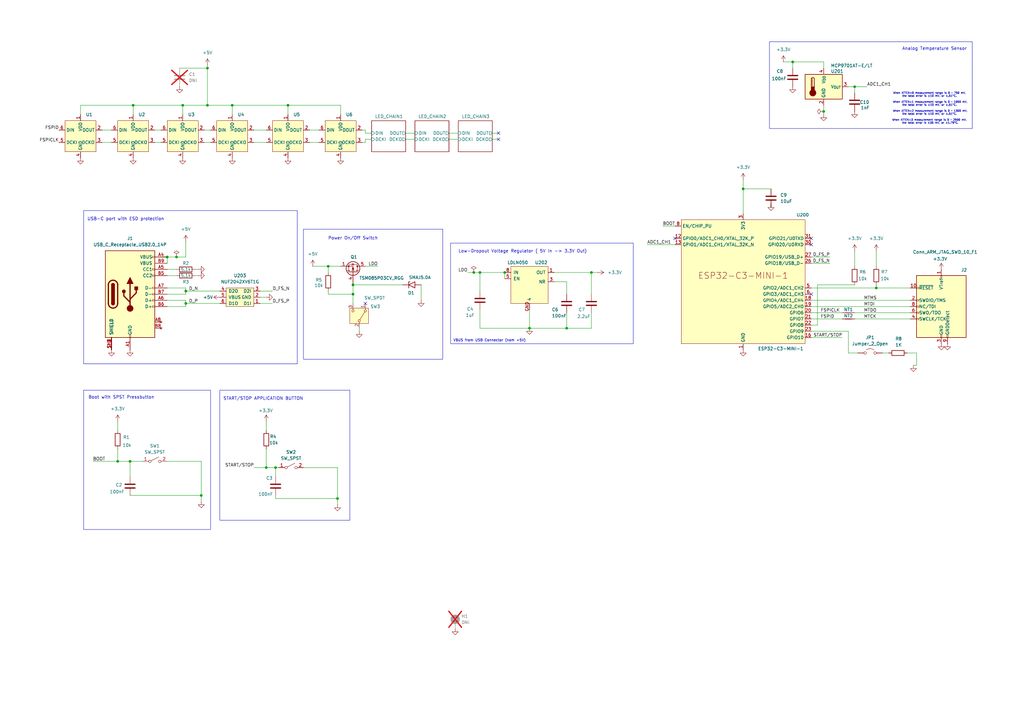
<source format=kicad_sch>
(kicad_sch (version 20231120) (generator "eeschema") (generator_version "8.0")
  (paper "A3")
  (title_block (title "F1 LED CIRCUIT PROJECT") (date "2024-04-10") (rev "v1.0"))
  (lib_symbols
    (symbol "Connector:USB_C_Receptacle_USB2.0_14P" (pin_names (offset 1.016))
      (property "Reference" "J" (at 0 22.225 0))
      (property "Value" "USB_C_Receptacle_USB2.0_14P" (at 0 19.685 0))
      (symbol "USB_C_Receptacle_USB2.0_14P_1_0"
        (pin no_connect line (at 12.7 -11.43 180) (length 2.54) (name "") (number "A8"))
        (pin no_connect line (at 12.7 -13.97 180) (length 2.54) (name "") (number "B8"))
      )
      (symbol "USB_C_Receptacle_USB2.0_14P_1_1"
        (pin passive line (at 0 -22.86 90) (length 5.08) (name "GND") (number "A1"))
        (pin power_in line (at 15.24 15.24 180) (length 5.08) (name "VBUS") (number "A4"))
        (pin bidirectional line (at 15.24 10.16 180) (length 5.08) (name "CC1") (number "A5"))
        (pin bidirectional line (at 15.24 -2.54 180) (length 5.08) (name "D+") (number "A6"))
        (pin bidirectional line (at 15.24 2.54 180) (length 5.08) (name "D-") (number "A7"))
        (pin passive line (at 0 -22.86 90) (length 5.08) hide (name "GND") (number "B12"))
        (pin bidirectional line (at 15.24 7.62 180) (length 5.08) (name "CC2") (number "B5"))
        (pin bidirectional line (at 15.24 -5.08 180) (length 5.08) (name "D+") (number "B6"))
        (pin bidirectional line (at 15.24 0 180) (length 5.08) (name "D-") (number "B7"))
        (pin power_in line (at 15.24 12.7 180) (length 5.08) (name "VBUS") (number "B9"))
        (pin passive line (at -7.62 -22.86 90) (length 5.08) (name "SHIELD") (number "SH1"))
        (pin passive line (at -7.62 -22.86 90) (length 5.08) (name "SHIELD") (number "SH2"))
        (pin passive line (at -7.62 -22.86 90) (length 5.08) (name "SHIELD") (number "SH3"))
        (pin passive line (at -7.62 -22.86 90) (length 5.08) (name "SHIELD") (number "SH4"))
      )
    )
    (symbol "Device:C" (pin_numbers hide) (pin_names (offset 0.254))
      (property "Reference" "C" (at 0.635 2.54 0))
      (property "Value" "C" (at 0.635 -2.54 0))
      (symbol "C_1_1"
        (pin passive line (at 0 3.81 270) (length 2.794) (name "~") (number "1"))
        (pin passive line (at 0 -3.81 90) (length 2.794) (name "~") (number "2"))
      )
    )
    (symbol "Device:NetTie_2" (pin_numbers hide) (pin_names (offset 0) hide) (in_bom no)
      (property "Reference" "NT" (at 0 1.27 0))
      (property "Value" "NetTie_2" (at 0 -1.27 0))
      (symbol "NetTie_2_1_1"
        (pin passive line (at -2.54 0 0) (length 2.54) (name "1") (number "1"))
        (pin passive line (at 2.54 0 180) (length 2.54) (name "2") (number "2"))
      )
    )
    (symbol "Device:R" (pin_numbers hide) (pin_names (offset 0))
      (property "Reference" "R" (at 2.032 0 90))
      (property "Value" "R" (at 0 0 90))
      (symbol "R_1_1"
        (pin passive line (at 0 3.81 270) (length 1.27) (name "~") (number "1"))
        (pin passive line (at 0 -3.81 90) (length 1.27) (name "~") (number "2"))
      )
    )
    (symbol "Diode:SMAJ5.0A" (pin_numbers hide) (pin_names (offset 1.016) hide)
      (property "Reference" "D" (at 0 2.54 0))
      (property "Value" "SMAJ5.0A" (at 0 -2.54 0))
      (symbol "SMAJ5.0A_1_1"
        (pin passive line (at -3.81 0 0) (length 2.54) (name "A1") (number "1"))
        (pin passive line (at 3.81 0 180) (length 2.54) (name "A2") (number "2"))
      )
    )
    (symbol "F1-LED-CIRCUIT-LIBRARY:Conn_ARM_JTAG_SWD_10_F1" (pin_names (offset 1.016))
      (property "Reference" "J" (at -2.54 16.51 0))
      (property "Value" "Conn_ARM_JTAG_SWD_10_F1" (at -2.54 13.97 0))
      (symbol "Conn_ARM_JTAG_SWD_10_F1_1_1"
        (pin power_in line (at 0 15.24 270) (length 2.54) (name "VTref") (number "1"))
        (pin open_collector line (at 12.7 7.62 180) (length 2.54) (name "~{RESET}") (number "10"))
        (pin bidirectional line (at 12.7 2.54 180) (length 2.54) (name "SWDIO/TMS") (number "2"))
        (pin power_in line (at 0 -15.24 90) (length 2.54) (name "GND") (number "3"))
        (pin output line (at 12.7 -5.08 180) (length 2.54) (name "SWCLK/TCK") (number "4"))
        (pin passive line (at 0 -15.24 90) (length 2.54) hide (name "GND") (number "5"))
        (pin input line (at 12.7 -2.54 180) (length 2.54) (name "SWO/TDO") (number "6"))
        (pin no_connect line (at -10.16 0 0) (length 2.54) hide (name "KEY") (number "7"))
        (pin output line (at 12.7 0 180) (length 2.54) (name "NC/TDI") (number "8"))
        (pin passive line (at -2.54 -15.24 90) (length 2.54) (name "GNDDetect") (number "9"))
      )
    )
    (symbol "F1-LED-CIRCUIT-LIBRARY:HD108-2020"
      (property "Reference" "U" (at 0 19.558 0))
      (symbol "HD108-2020_1_1"
        (pin power_in line (at 0 8.89 270) (length 2.54) (name "VDD") (number "1"))
        (pin output line (at 8.89 2.54 180) (length 2.54) (name "DOUT") (number "2"))
        (pin output line (at 8.89 -2.54 180) (length 2.54) (name "DCKO") (number "3"))
        (pin power_in line (at 0 -8.89 90) (length 2.54) (name "GND") (number "4"))
        (pin input line (at -8.89 -2.54 0) (length 2.54) (name "DCKI") (number "5"))
        (pin input line (at -8.89 2.54 0) (length 2.54) (name "DIN") (number "6"))
      )
    )
    (symbol "F1-LED-CIRCUIT-LIBRARY:LDLN050" (pin_names (offset 1.016))
      (property "Reference" "U?" (at -0.254 9.906 0))
      (symbol "LDLN050_1_1"
        (pin power_out line (at 10.16 5.08 180) (length 2.54) (name "OUT") (number "1"))
        (pin no_connect line (at 10.16 -2.54 180) (length 2.54) hide (name "NC") (number "2"))
        (pin passive line (at 10.16 1.27 180) (length 2.54) (name "NR") (number "3"))
        (pin input line (at -10.16 2.54 0) (length 2.54) (name "EN") (number "5"))
        (pin no_connect line (at -10.16 -1.27 0) (length 2.54) hide (name "NC") (number "6"))
        (pin no_connect line (at -10.16 -5.08 0) (length 2.54) hide (name "NC") (number "7"))
        (pin power_in line (at -10.16 5.08 0) (length 2.54) (name "IN") (number "8"))
        (pin power_in line (at 0 -10.16 90) (length 2.54) (name "4") (number "GND"))
      )
    )
    (symbol "Jitter_Symbols:TSM085P03CV_RGG" (pin_names (offset 0) hide)
      (property "Reference" "Q" (at 5.08 1.905 0))
      (property "Value" "TSM085P03CV_RGG" (at 5.08 0 0))
      (symbol "TSM085P03CV_RGG_1_1"
        (pin passive line (at 2.54 -5.08 90) (length 2.54) (name "S") (number "1"))
        (pin passive line (at 2.54 -5.08 90) (length 2.54) hide (name "S") (number "2"))
        (pin passive line (at 2.54 -5.08 90) (length 2.54) hide (name "S") (number "3"))
        (pin input line (at -5.08 0 0) (length 5.334) (name "G") (number "4"))
        (pin passive line (at 2.54 5.08 270) (length 2.54) (name "D") (number "5"))
        (pin passive line (at 2.54 5.08 270) (length 2.54) hide (name "D") (number "6"))
        (pin passive line (at 2.54 5.08 270) (length 2.54) hide (name "D") (number "7"))
        (pin passive line (at 2.54 5.08 270) (length 2.54) hide (name "D") (number "8"))
      )
    )
    (symbol "Jumper:Jumper_2_Open" (pin_numbers hide) (pin_names (offset 0) hide) (exclude_from_sim yes)
      (property "Reference" "JP" (at 0 2.794 0))
      (property "Value" "Jumper_2_Open" (at 0 -2.286 0))
      (symbol "Jumper_2_Open_1_1"
        (pin passive line (at -5.08 0 0) (length 2.54) (name "A") (number "1"))
        (pin passive line (at 5.08 0 180) (length 2.54) (name "B") (number "2"))
      )
    )
    (symbol "Mechanical:MountingHole_Pad_MP" (pin_numbers hide) (pin_names (offset 1.016) hide) (exclude_from_sim yes) (in_bom no)
      (property "Reference" "H" (at 0 6.35 0))
      (property "Value" "MountingHole_Pad_MP" (at 0 4.445 0))
      (symbol "MountingHole_Pad_MP_1_1"
        (pin input line (at 0 -2.54 90) (length 2.54) (name "MP") (number "MP"))
      )
    )
    (symbol "PCM_Espressif:ESP32-C3-MINI-1"
      (property "Reference" "U" (at -25.4 30.48 0))
      (property "Value" "ESP32-C3-MINI-1" (at -25.4 27.94 0))
      (symbol "ESP32-C3-MINI-1_0_0"
        (text "ESP32-C3-MINI-1" (at 0 2.54 0) (effects (font (size 2.54 2.54))))
      )
      (symbol "ESP32-C3-MINI-1_1_1"
        (pin power_in line (at 0 -27.94 90) (length 2.54) (name "GND") (number "1"))
        (pin no_connect line (at -25.4 2.54 0) (length 2.54) hide (name "NC") (number "10"))
        (pin passive line (at 0 -27.94 90) (length 2.54) hide (name "GND") (number "11"))
        (pin bidirectional line (at -27.94 17.78 0) (length 2.54) (name "GPIO0/ADC1_CH0/XTAL_32K_P") (number "12"))
        (pin bidirectional line (at -27.94 15.24 0) (length 2.54) (name "GPIO1/ADC1_CH1/XTAL_32K_N") (number "13"))
        (pin passive line (at 0 -27.94 90) (length 2.54) hide (name "GND") (number "14"))
        (pin no_connect line (at -25.4 0 0) (length 2.54) hide (name "NC") (number "15"))
        (pin bidirectional line (at 27.94 -22.86 180) (length 2.54) (name "GPIO10") (number "16"))
        (pin no_connect line (at -25.4 -2.54 0) (length 2.54) hide (name "NC") (number "17"))
        (pin bidirectional line (at 27.94 -7.62 180) (length 2.54) (name "GPIO4/ADC1_CH4") (number "18"))
        (pin bidirectional line (at 27.94 -10.16 180) (length 2.54) (name "GPIO5/ADC2_CH0") (number "19"))
        (pin passive line (at 0 -27.94 90) (length 2.54) hide (name "GND") (number "2"))
        (pin bidirectional line (at 27.94 -12.7 180) (length 2.54) (name "GPIO6") (number "20"))
        (pin bidirectional line (at 27.94 -15.24 180) (length 2.54) (name "GPIO7") (number "21"))
        (pin bidirectional line (at 27.94 -17.78 180) (length 2.54) (name "GPIO8") (number "22"))
        (pin bidirectional line (at 27.94 -20.32 180) (length 2.54) (name "GPIO9") (number "23"))
        (pin no_connect line (at -25.4 -5.08 0) (length 2.54) hide (name "NC") (number "24"))
        (pin no_connect line (at -25.4 -7.62 0) (length 2.54) hide (name "NC") (number "25"))
        (pin bidirectional line (at 27.94 7.62 180) (length 2.54) (name "GPIO18/USB_D-") (number "26"))
        (pin bidirectional line (at 27.94 10.16 180) (length 2.54) (name "GPIO19/USB_D+") (number "27"))
        (pin no_connect line (at -25.4 -10.16 0) (length 2.54) hide (name "NC") (number "28"))
        (pin no_connect line (at -25.4 -12.7 0) (length 2.54) hide (name "NC") (number "29"))
        (pin power_in line (at 0 27.94 270) (length 2.54) (name "3V3") (number "3"))
        (pin bidirectional line (at 27.94 15.24 180) (length 2.54) (name "GPIO20/U0RXD") (number "30"))
        (pin bidirectional line (at 27.94 17.78 180) (length 2.54) (name "GPIO21/U0TXD") (number "31"))
        (pin no_connect line (at -25.4 -15.24 0) (length 2.54) hide (name "NC") (number "32"))
        (pin no_connect line (at -25.4 -17.78 0) (length 2.54) hide (name "NC") (number "33"))
        (pin no_connect line (at -25.4 -20.32 0) (length 2.54) hide (name "NC") (number "34"))
        (pin no_connect line (at -25.4 -22.86 0) (length 2.54) hide (name "NC") (number "35"))
        (pin passive line (at 0 -27.94 90) (length 2.54) hide (name "GND") (number "36"))
        (pin passive line (at 0 -27.94 90) (length 2.54) hide (name "GND") (number "37"))
        (pin passive line (at 0 -27.94 90) (length 2.54) hide (name "GND") (number "38"))
        (pin passive line (at 0 -27.94 90) (length 2.54) hide (name "GND") (number "39"))
        (pin no_connect line (at -25.4 10.16 0) (length 2.54) hide (name "NC") (number "4"))
        (pin passive line (at 0 -27.94 90) (length 2.54) hide (name "GND") (number "40"))
        (pin passive line (at 0 -27.94 90) (length 2.54) hide (name "GND") (number "41"))
        (pin passive line (at 0 -27.94 90) (length 2.54) hide (name "GND") (number "42"))
        (pin passive line (at 0 -27.94 90) (length 2.54) hide (name "GND") (number "43"))
        (pin passive line (at 0 -27.94 90) (length 2.54) hide (name "GND") (number "44"))
        (pin passive line (at 0 -27.94 90) (length 2.54) hide (name "GND") (number "45"))
        (pin passive line (at 0 -27.94 90) (length 2.54) hide (name "GND") (number "46"))
        (pin passive line (at 0 -27.94 90) (length 2.54) hide (name "GND") (number "47"))
        (pin passive line (at 0 -27.94 90) (length 2.54) hide (name "GND") (number "48"))
        (pin passive line (at 0 -27.94 90) (length 2.54) hide (name "GND") (number "49"))
        (pin bidirectional line (at 27.94 -2.54 180) (length 2.54) (name "GPIO2/ADC1_CH2") (number "5"))
        (pin passive line (at 0 -27.94 90) (length 2.54) hide (name "GND") (number "50"))
        (pin passive line (at 0 -27.94 90) (length 2.54) hide (name "GND") (number "51"))
        (pin passive line (at 0 -27.94 90) (length 2.54) hide (name "GND") (number "52"))
        (pin passive line (at 0 -27.94 90) (length 2.54) hide (name "GND") (number "53"))
        (pin bidirectional line (at 27.94 -5.08 180) (length 2.54) (name "GPIO3/ADC1_CH3") (number "6"))
        (pin no_connect line (at -25.4 7.62 0) (length 2.54) hide (name "NC") (number "7"))
        (pin input line (at -27.94 22.86 0) (length 2.54) (name "EN/CHIP_PU") (number "8"))
        (pin no_connect line (at -25.4 5.08 0) (length 2.54) hide (name "NC") (number "9"))
      )
    )
    (symbol "Sensor_Temperature:MCP9700Ax-ELT"
      (property "Reference" "U" (at -6.35 6.35 0))
      (property "Value" "MCP9700Ax-ELT" (at 1.27 6.35 0))
      (symbol "MCP9700Ax-ELT_1_1"
        (pin no_connect line (at 7.62 -2.54 180) (length 2.54) hide (name "NC") (number "1"))
        (pin power_in line (at 0 -7.62 90) (length 2.54) (name "GND") (number "2"))
        (pin output line (at 10.16 0 180) (length 2.54) (name "V_{OUT}") (number "3"))
        (pin power_in line (at 0 7.62 270) (length 2.54) (name "V_{DD}") (number "4"))
        (pin no_connect line (at 7.62 2.54 180) (length 2.54) hide (name "NC") (number "5"))
      )
    )
    (symbol "Switch:SW_SPDT" (pin_names (offset 0) hide)
      (property "Reference" "SW" (at 0 5.08 0))
      (property "Value" "SW_SPDT" (at 0 -5.08 0))
      (symbol "SW_SPDT_1_1"
        (pin passive line (at 5.08 2.54 180) (length 2.54) (name "A") (number "1"))
        (pin passive line (at -5.08 0 0) (length 2.54) (name "B") (number "2"))
        (pin passive line (at 5.08 -2.54 180) (length 2.54) (name "C") (number "3"))
      )
    )
    (symbol "Switch:SW_SPST" (pin_names (offset 0) hide)
      (property "Reference" "SW" (at 0 3.175 0))
      (property "Value" "SW_SPST" (at 0 -2.54 0))
      (symbol "SW_SPST_1_1"
        (pin passive line (at -5.08 0 0) (length 2.54) (name "A") (number "1"))
        (pin passive line (at 5.08 0 180) (length 2.54) (name "B") (number "2"))
      )
    )
    (symbol "adams_library_symbols:GND" (power) (pin_names (offset 0))
      (property "Value" "GND" (at 0 -3.81 0))
      (symbol "GND_1_1"
        (pin power_in line (at 0 0 270) (length 0) hide (name "GND") (number "1"))
      )
    )
    (symbol "adams_library_symbols:NUF2042XV6T1G" (pin_names (offset 1.016))
      (property "Reference" "U" (at -3.81 5.08 0))
      (property "Value" "NUF2042XV6T1G" (at 0 -5.08 0))
      (symbol "NUF2042XV6T1G_1_1"
        (pin bidirectional line (at -7.62 2.54 0) (length 2.54) (name "D1I") (number "1"))
        (pin power_in line (at -7.62 0 0) (length 2.54) (name "GND") (number "2"))
        (pin bidirectional line (at -7.62 -2.54 0) (length 2.54) (name "D2I") (number "3"))
        (pin bidirectional line (at 8.89 -2.54 180) (length 2.54) (name "D2O") (number "4"))
        (pin power_in line (at 8.89 0 180) (length 2.54) (name "VBUS") (number "5"))
        (pin bidirectional line (at 8.89 2.54 180) (length 2.54) (name "D1O") (number "6"))
      )
    )
    (symbol "power:+3.3V" (power) (pin_numbers hide) (pin_names (offset 0) hide)
      (property "Value" "+3.3V" (at 0 3.556 0))
      (symbol "+3.3V_1_1"
        (pin power_in line (at 0 0 90) (length 0) (name "~") (number "1"))
      )
    )
    (symbol "power:+5V" (power) (pin_numbers hide) (pin_names (offset 0) hide)
      (property "Value" "+5V" (at 0 3.556 0))
      (symbol "+5V_1_1"
        (pin power_in line (at 0 0 90) (length 0) (name "~") (number "1"))
      )
    )
    (symbol "power:GND" (power) (pin_numbers hide) (pin_names (offset 0) hide)
      (property "Value" "GND" (at 0 -3.81 0))
      (symbol "GND_1_1"
        (pin power_in line (at 0 0 270) (length 0) (name "~") (number "1"))
      )
    )
    (symbol "power:PWR_FLAG" (power) (pin_numbers hide) (pin_names (offset 0) hide)
      (property "Value" "PWR_FLAG" (at 0 3.81 0))
      (symbol "PWR_FLAG_0_0"
        (pin power_out line (at 0 0 90) (length 0) (name "~") (number "1"))
      )
    )
  )
  (junction (at 118.11 43.18))
  (junction (at 144.78 116.84))
  (junction (at 138.43 204.47))
  (junction (at 85.09 43.18))
  (junction (at 53.34 189.23))
  (junction (at 217.17 134.62))
  (junction (at 113.03 191.77))
  (junction (at 109.22 191.77))
  (junction (at 74.93 43.18))
  (junction (at 95.25 43.18))
  (junction (at 337.82 45.72))
  (junction (at 134.62 109.22))
  (junction (at 304.8 77.47))
  (junction (at 325.12 25.4))
  (junction (at 85.09 27.94))
  (junction (at 68.58 105.41))
  (junction (at 72.39 105.41))
  (junction (at 242.57 111.76))
  (junction (at 232.41 134.62))
  (junction (at 207.01 111.76))
  (junction (at 54.61 43.18))
  (junction (at 76.2 124.46))
  (junction (at 350.52 35.56))
  (junction (at 76.2 119.38))
  (junction (at 359.41 118.11))
  (junction (at 194.31 111.76))
  (junction (at 48.26 189.23))
  (junction (at 196.85 111.76))
  (junction (at 82.55 203.2))
  (junction (at 144.78 120.65))
  (no_connect (at 276.86 97.79))
  (no_connect (at 332.74 97.79))
  (no_connect (at 332.74 120.65))
  (no_connect (at 204.47 54.61))
  (no_connect (at 332.74 100.33))
  (no_connect (at 149.86 124.46))
  (no_connect (at 204.47 57.15))
  (wire (pts (xy 48.26 172.72) (xy 48.26 176.53)))
  (wire (pts (xy 33.02 43.18) (xy 54.61 43.18)))
  (wire (pts (xy 33.02 46.99) (xy 33.02 43.18)))
  (wire (pts (xy 359.41 118.11) (xy 373.38 118.11)))
  (wire (pts (xy 85.09 26.67) (xy 85.09 27.94)))
  (wire (pts (xy 196.85 111.76) (xy 196.85 119.38)))
  (wire (pts (xy 201.93 57.15) (xy 204.47 57.15)))
  (wire (pts (xy 350.52 35.56) (xy 355.6 35.56)))
  (wire (pts (xy 68.58 118.11) (xy 76.2 118.11)))
  (wire (pts (xy 337.82 46.99) (xy 337.82 45.72)))
  (wire (pts (xy 134.62 109.22) (xy 134.62 111.76)))
  (wire (pts (xy 347.98 135.89) (xy 332.74 135.89)))
  (wire (pts (xy 217.17 127) (xy 217.17 134.62)))
  (wire (pts (xy 194.31 111.76) (xy 196.85 111.76)))
  (wire (pts (xy 350.52 35.56) (xy 350.52 38.1)))
  (wire (pts (xy 347.98 135.89) (xy 347.98 144.78)))
  (wire (pts (xy 38.1 189.23) (xy 48.26 189.23)))
  (wire (pts (xy 85.09 43.18) (xy 74.93 43.18)))
  (wire (pts (xy 242.57 128.27) (xy 242.57 134.62)))
  (wire (pts (xy 232.41 134.62) (xy 242.57 134.62)))
  (wire (pts (xy 375.92 149.86) (xy 375.92 144.78)))
  (wire (pts (xy 332.74 128.27) (xy 345.44 128.27)))
  (wire (pts (xy 134.62 109.22) (xy 139.7 109.22)))
  (wire (pts (xy 332.74 107.95) (xy 340.36 107.95)))
  (wire (pts (xy 184.15 54.61) (xy 187.96 54.61)))
  (wire (pts (xy 68.58 125.73) (xy 76.2 125.73)))
  (wire (pts (xy 149.86 53.34) (xy 149.86 54.61)))
  (wire (pts (xy 149.86 57.15) (xy 152.4 57.15)))
  (wire (pts (xy 201.93 54.61) (xy 204.47 54.61)))
  (wire (pts (xy 196.85 127) (xy 196.85 134.62)))
  (wire (pts (xy 325.12 25.4) (xy 337.82 25.4)))
  (wire (pts (xy 66.04 105.41) (xy 68.58 105.41)))
  (wire (pts (xy 265.43 100.33) (xy 276.86 100.33)))
  (wire (pts (xy 68.58 110.49) (xy 72.39 110.49)))
  (wire (pts (xy 316.23 85.09) (xy 316.23 83.82)))
  (wire (pts (xy 95.25 43.18) (xy 95.25 46.99)))
  (wire (pts (xy 232.41 128.27) (xy 232.41 134.62)))
  (wire (pts (xy 54.61 43.18) (xy 54.61 46.99)))
  (wire (pts (xy 106.68 119.38) (xy 111.76 119.38)))
  (wire (pts (xy 127 58.42) (xy 130.81 58.42)))
  (wire (pts (xy 68.58 120.65) (xy 76.2 120.65)))
  (wire (pts (xy 217.17 134.62) (xy 196.85 134.62)))
  (wire (pts (xy 76.2 118.11) (xy 76.2 119.38)))
  (wire (pts (xy 41.91 53.34) (xy 45.72 53.34)))
  (wire (pts (xy 109.22 172.72) (xy 109.22 176.53)))
  (wire (pts (xy 106.68 121.92) (xy 109.22 121.92)))
  (wire (pts (xy 68.58 189.23) (xy 82.55 189.23)))
  (wire (pts (xy 350.52 116.84) (xy 335.28 116.84)))
  (wire (pts (xy 149.86 54.61) (xy 152.4 54.61)))
  (wire (pts (xy 82.55 203.2) (xy 82.55 205.74)))
  (wire (pts (xy 63.5 58.42) (xy 66.04 58.42)))
  (wire (pts (xy 147.32 135.89) (xy 147.32 134.62)))
  (wire (pts (xy 347.98 144.78) (xy 351.79 144.78)))
  (wire (pts (xy 337.82 27.94) (xy 337.82 25.4)))
  (wire (pts (xy 148.59 53.34) (xy 149.86 53.34)))
  (wire (pts (xy 124.46 191.77) (xy 138.43 191.77)))
  (wire (pts (xy 80.01 110.49) (xy 81.28 110.49)))
  (wire (pts (xy 48.26 189.23) (xy 53.34 189.23)))
  (wire (pts (xy 172.72 116.84) (xy 172.72 123.19)))
  (wire (pts (xy 149.86 58.42) (xy 149.86 57.15)))
  (wire (pts (xy 76.2 123.19) (xy 76.2 124.46)))
  (wire (pts (xy 85.09 27.94) (xy 85.09 43.18)))
  (wire (pts (xy 335.28 116.84) (xy 335.28 133.35)))
  (wire (pts (xy 196.85 111.76) (xy 207.01 111.76)))
  (wire (pts (xy 184.15 57.15) (xy 187.96 57.15)))
  (wire (pts (xy 76.2 124.46) (xy 76.2 125.73)))
  (wire (pts (xy 271.78 92.71) (xy 276.86 92.71)))
  (wire (pts (xy 104.14 191.77) (xy 109.22 191.77)))
  (wire (pts (xy 54.61 43.18) (xy 74.93 43.18)))
  (wire (pts (xy 63.5 53.34) (xy 66.04 53.34)))
  (wire (pts (xy 144.78 116.84) (xy 165.1 116.84)))
  (wire (pts (xy 139.7 43.18) (xy 139.7 46.99)))
  (wire (pts (xy 68.58 105.41) (xy 68.58 107.95)))
  (wire (pts (xy 304.8 77.47) (xy 304.8 87.63)))
  (wire (pts (xy 76.2 120.65) (xy 76.2 119.38)))
  (wire (pts (xy 217.17 134.62) (xy 232.41 134.62)))
  (wire (pts (xy 325.12 25.4) (xy 325.12 27.94)))
  (wire (pts (xy 361.95 144.78) (xy 364.49 144.78)))
  (wire (pts (xy 72.39 105.41) (xy 76.2 105.41)))
  (wire (pts (xy 76.2 99.06) (xy 76.2 105.41)))
  (wire (pts (xy 372.11 144.78) (xy 375.92 144.78)))
  (wire (pts (xy 113.03 191.77) (xy 114.3 191.77)))
  (wire (pts (xy 227.33 115.57) (xy 232.41 115.57)))
  (wire (pts (xy 359.41 118.11) (xy 359.41 116.84)))
  (wire (pts (xy 332.74 118.11) (xy 359.41 118.11)))
  (wire (pts (xy 144.78 116.84) (xy 144.78 120.65)))
  (wire (pts (xy 232.41 120.65) (xy 232.41 115.57)))
  (wire (pts (xy 76.2 124.46) (xy 90.17 124.46)))
  (wire (pts (xy 73.66 27.94) (xy 85.09 27.94)))
  (wire (pts (xy 109.22 184.15) (xy 109.22 191.77)))
  (wire (pts (xy 148.59 58.42) (xy 149.86 58.42)))
  (wire (pts (xy 106.68 124.46) (xy 111.76 124.46)))
  (wire (pts (xy 118.11 43.18) (xy 139.7 43.18)))
  (wire (pts (xy 95.25 43.18) (xy 118.11 43.18)))
  (wire (pts (xy 154.94 109.22) (xy 149.86 109.22)))
  (wire (pts (xy 166.37 54.61) (xy 170.18 54.61)))
  (wire (pts (xy 340.36 105.41) (xy 332.74 105.41)))
  (wire (pts (xy 68.58 123.19) (xy 76.2 123.19)))
  (wire (pts (xy 68.58 105.41) (xy 72.39 105.41)))
  (wire (pts (xy 82.55 189.23) (xy 82.55 203.2)))
  (wire (pts (xy 53.34 203.2) (xy 82.55 203.2)))
  (wire (pts (xy 337.82 45.72) (xy 337.82 43.18)))
  (wire (pts (xy 76.2 119.38) (xy 90.17 119.38)))
  (wire (pts (xy 332.74 130.81) (xy 345.44 130.81)))
  (wire (pts (xy 138.43 191.77) (xy 138.43 204.47)))
  (wire (pts (xy 350.52 128.27) (xy 373.38 128.27)))
  (wire (pts (xy 104.14 58.42) (xy 109.22 58.42)))
  (wire (pts (xy 321.31 25.4) (xy 325.12 25.4)))
  (wire (pts (xy 207.01 111.76) (xy 207.01 114.3)))
  (wire (pts (xy 53.34 189.23) (xy 58.42 189.23)))
  (wire (pts (xy 166.37 57.15) (xy 170.18 57.15)))
  (wire (pts (xy 68.58 113.03) (xy 72.39 113.03)))
  (wire (pts (xy 134.62 119.38) (xy 134.62 120.65)))
  (wire (pts (xy 138.43 204.47) (xy 138.43 207.01)))
  (wire (pts (xy 350.52 102.87) (xy 350.52 109.22)))
  (wire (pts (xy 304.8 77.47) (xy 316.23 77.47)))
  (wire (pts (xy 304.8 73.66) (xy 304.8 77.47)))
  (wire (pts (xy 127 53.34) (xy 130.81 53.34)))
  (wire (pts (xy 332.74 138.43) (xy 345.44 138.43)))
  (wire (pts (xy 41.91 58.42) (xy 45.72 58.42)))
  (wire (pts (xy 53.34 189.23) (xy 53.34 195.58)))
  (wire (pts (xy 113.03 203.2) (xy 113.03 204.47)))
  (wire (pts (xy 347.98 35.56) (xy 350.52 35.56)))
  (wire (pts (xy 332.74 125.73) (xy 373.38 125.73)))
  (wire (pts (xy 375.92 149.86) (xy 374.65 149.86)))
  (wire (pts (xy 104.14 53.34) (xy 109.22 53.34)))
  (wire (pts (xy 332.74 123.19) (xy 373.38 123.19)))
  (wire (pts (xy 227.33 111.76) (xy 242.57 111.76)))
  (wire (pts (xy 109.22 191.77) (xy 113.03 191.77)))
  (wire (pts (xy 134.62 120.65) (xy 144.78 120.65)))
  (wire (pts (xy 83.82 53.34) (xy 86.36 53.34)))
  (wire (pts (xy 118.11 43.18) (xy 118.11 46.99)))
  (wire (pts (xy 74.93 43.18) (xy 74.93 46.99)))
  (wire (pts (xy 332.74 133.35) (xy 335.28 133.35)))
  (wire (pts (xy 242.57 111.76) (xy 242.57 120.65)))
  (wire (pts (xy 48.26 184.15) (xy 48.26 189.23)))
  (wire (pts (xy 113.03 204.47) (xy 138.43 204.47)))
  (wire (pts (xy 80.01 113.03) (xy 81.28 113.03)))
  (wire (pts (xy 83.82 58.42) (xy 86.36 58.42)))
  (wire (pts (xy 245.11 111.76) (xy 242.57 111.76)))
  (wire (pts (xy 191.77 111.76) (xy 194.31 111.76)))
  (wire (pts (xy 85.09 43.18) (xy 95.25 43.18)))
  (wire (pts (xy 113.03 191.77) (xy 113.03 195.58)))
  (wire (pts (xy 350.52 130.81) (xy 373.38 130.81)))
  (wire (pts (xy 359.41 102.87) (xy 359.41 109.22)))
  (wire (pts (xy 144.78 120.65) (xy 144.78 124.46)))
  (wire (pts (xy 128.27 109.22) (xy 134.62 109.22)))
  (rectangle (start 124.46 93.98) (end 181.61 147.32))
  (rectangle (start 315.595 17.145) (end 398.78 52.705))
  (rectangle (start 34.29 86.36) (end 121.92 149.225))
  (rectangle (start 34.29 160.02) (end 86.36 217.17))
  (rectangle (start 184.785 99.695) (end 259.715 140.97))
  (rectangle (start 90.17 160.02) (end 143.51 213.36))
  (text "Analog Temperature Sensor" (at 383.286 20.066 0) (effects (font (size 1.27 1.27))))
  (text "START/STOP APPLICATION BUTTON" (at 107.95 163.576 0) (effects (font (size 1.27 1.27))))
  (text "Boot with SPST Pressbutton" (at 49.784 163.068 0) (effects (font (size 1.27 1.27))))
  (text "Low-Dropout Voltage Regulator ( 5V In -> 3.3V Out)" (at 214.376 103.124 0) (effects (font (size 1.27 1.27))))
  (text "Power On/Off Switch" (at 144.78 97.79 0) (effects (font (size 1.27 1.27))))
  (text "When ATTEN=0 measurement range is 0 ~ 750 mV, \nthe total error is ±10 mV, or ±.51°C. \n\nWhen ATTEN=1 measurement range is 0 ~ 1050 mV,\nthe total error is ±10 mV, or ±.51°C. \n\nWhen ATTEN=2 measurement range is 0 ~ 1300 mV,\nthe total error is ±10 mV, or ±.51°C. \n\nWhen ATTEN=3 measurement range is 0 ~ 2500 mV, \nthe total error is ±35 mV, or ±1.79°C." (at 381.508 44.45 0) (effects (font (size 0.762 0.762))))
  (text "USB-C port with ESD protection" (at 51.562 89.916 0) (effects (font (size 1.27 1.27))))
  (text "VBUS from USB Connector (nom +5V) " (at 201.168 139.7 0) (effects (font (size 1.016 1.016))))
  (label "MTDI" (at 354.33 125.73 0))
  (label "D_FS_P" (at 340.36 105.41 180))
  (label "D_FS_P" (at 111.76 124.46 0))
  (label "LDO" (at 154.94 109.22 180))
  (label "ADC1_CH1" (at 265.43 100.33 0))
  (label "START{slash}STOP" (at 345.44 138.43 180))
  (label "FSPID" (at 24.13 53.34 180))
  (label "BOOT" (at 271.78 92.71 0))
  (label "MTCK" (at 354.33 130.81 0))
  (label "MTMS" (at 354.33 123.19 0))
  (label "START{slash}STOP" (at 104.14 191.77 180))
  (label "FSPICLK" (at 336.55 128.27 0))
  (label "D_FS_N" (at 111.76 119.38 0))
  (label "D_N" (at 77.47 119.38 0))
  (label "MTDO" (at 354.33 128.27 0))
  (label "D_FS_N" (at 340.36 107.95 180))
  (label "D_P" (at 77.47 124.46 0))
  (label "LDO" (at 191.77 111.76 180))
  (label "ADC1_CH1" (at 355.6 35.56 0))
  (label "FSPID" (at 336.55 130.81 0))
  (label "FSPICLK" (at 24.13 58.42 180))
  (label "BOOT" (at 38.1 189.23 0))
  (symbol (lib_id "F1-LED-CIRCUIT-LIBRARY:Conn_ARM_JTAG_SWD_10_F1") (at 386.08 125.73 0) (mirror y) (unit 1)
    (property "Reference" "J2" (at 394.208 110.744 0) (effects (justify right)))
    (property "Value" "Conn_ARM_JTAG_SWD_10_F1" (at 374.396 103.378 0) (effects (justify right)))
    (property "Footprint" "F1-LED-CIRCUIT-LIBRARY:SAMTEC_FTSH-105-XX-X-DV" (effects (hide yes)))
    (property "Datasheet" "http://infocenter.arm.com/help/topic/com.arm.doc.ddi0314h/DDI0314H_coresight_components_trm.pdf" (effects (hide yes)))
    (property "Description" "Cortex Debug Connector, standard ARM Cortex-M SWD and JTAG interface" (effects (hide yes)))
    (property "MPN" "FTSH-105-01-L-DV-K" (effects (hide yes)))
  )
  (symbol (lib_id "adams_library_symbols:NUF2042XV6T1G") (at 99.06 121.92 180) (unit 1)
    (property "Reference" "U203" (at 98.425 113.03 0))
    (property "Value" "NUF2042XV6T1G" (at 98.425 115.57 0))
    (property "Footprint" "F1-LED-CIRCUIT-LIBRARY:SON_2XV6T1G_ONS" (effects (hide yes)))
    (property "Datasheet" "http://www.onsemi.com/pub/Collateral/NUF2030XV6-D.PDF" (effects (hide yes)))
    (property "Description" "USB Upstream Terminator with ESD Protection" (effects (hide yes)))
    (property "MPN" "NUF2042XV6T1G" (effects (hide yes)))
  )
  (symbol (lib_id "Switch:SW_SPDT") (at 147.32 129.54 270) (mirror x) (unit 1)
    (property "Reference" "SW3" (at 153.924 125.73 90))
    (property "Value" "SW_SPDT" (at 153.67 122.174 90))
    (property "Footprint" "F1-LED-CIRCUIT-LIBRARY:AS12AP_NKK" (effects (hide yes)))
    (property "Datasheet" "https://pt.mouser.com/datasheet/2/295/Aslides-1663571.pdf" (effects (hide yes)))
    (property "Description" "Switch, single pole double throw" (effects (hide yes)))
    (property "MPN" "AS13AP" (effects (hide yes)))
  )
  (symbol (lib_id "adams_library_symbols:GND") (at 53.34 143.51 0) (unit 1)
    (property "Reference" "#PWR04" (effects (hide yes)))
    (property "Value" "GND" (effects (hide yes)))
    (property "Description" "Power symbol creates a global label with name \"GND\" , ground" (effects (hide yes)))
  )
  (symbol (lib_id "power:GND") (at 325.12 35.56 0) (unit 1)
    (property "Reference" "#PWR033" (effects (hide yes)))
    (property "Value" "GND" (effects (hide yes)))
    (property "Description" "Power symbol creates a global label with name \"GND\" , ground" (effects (hide yes)))
  )
  (symbol (lib_id "adams_library_symbols:GND") (at 33.02 64.77 0) (unit 1)
    (property "Reference" "#PWR01" (effects (hide yes)))
    (property "Value" "GND" (effects (hide yes)))
    (property "Description" "Power symbol creates a global label with name \"GND\" , ground" (effects (hide yes)))
  )
  (symbol (lib_id "F1-LED-CIRCUIT-LIBRARY:HD108-2020") (at 95.25 55.88 0) (unit 1)
    (property "Reference" "U4" (at 97.4441 46.99 0) (effects (justify left)))
    (property "Value" "HD108-2020" (effects (hide yes)))
    (property "Footprint" "F1-LED-CIRCUIT-LIBRARY:HD108-2020" (effects (hide yes)))
    (property "Description" "HD108-2020 RGB LED" (effects (hide yes)))
    (property "MPN" "HD108-2020" (effects (hide yes)))
  )
  (symbol (lib_id "power:GND") (at 316.23 83.82 0) (unit 1)
    (property "Reference" "#PWR034" (effects (hide yes)))
    (property "Value" "GND" (effects (hide yes)))
    (property "Description" "Power symbol creates a global label with name \"GND\" , ground" (effects (hide yes)))
  )
  (symbol (lib_id "Device:C") (at 316.23 81.28 0) (unit 1)
    (property "Reference" "C9" (at 320.04 80.0099 0) (effects (justify left)))
    (property "Value" "10uF" (at 320.04 82.5499 0) (effects (justify left)))
    (property "Footprint" "Capacitor_SMD:C_0402_1005Metric" (effects (hide yes)))
    (property "Description" "Unpolarized capacitor" (effects (hide yes)))
  )
  (symbol (lib_id "F1-LED-CIRCUIT-LIBRARY:HD108-2020") (at 33.02 55.88 0) (unit 1)
    (property "Reference" "U1" (at 35.2141 46.99 0) (effects (justify left)))
    (property "Value" "HD108-2020" (effects (hide yes)))
    (property "Footprint" "F1-LED-CIRCUIT-LIBRARY:HD108-2020" (effects (hide yes)))
    (property "Description" "HD108-2020 RGB LED" (effects (hide yes)))
    (property "MPN" "HD108-2020" (effects (hide yes)))
  )
  (symbol (lib_id "power:GND") (at 337.82 46.99 0) (unit 1)
    (property "Reference" "#PWR035" (effects (hide yes)))
    (property "Value" "GND" (effects (hide yes)))
    (property "Description" "Power symbol creates a global label with name \"GND\" , ground" (effects (hide yes)))
  )
  (symbol (lib_id "power:PWR_FLAG") (at 72.39 105.41 0) (unit 1)
    (property "Reference" "#FLG01" (effects (hide yes)))
    (property "Value" "PWR_FLAG" (effects (hide yes)))
    (property "Description" "Special symbol for telling ERC where power comes from" (effects (hide yes)))
  )
  (symbol (lib_id "power:GND") (at 172.72 123.19 0) (unit 1)
    (property "Reference" "#PWR021" (effects (hide yes)))
    (property "Value" "GND" (effects (hide yes)))
    (property "Description" "Power symbol creates a global label with name \"GND\" , ground" (effects (hide yes)))
  )
  (symbol (lib_id "Device:NetTie_2") (at 347.98 128.27 0) (unit 1) (in_bom no)
    (property "Reference" "NT1" (at 347.98 127 0))
    (property "Value" "NetTie_2" (effects (hide yes)))
    (property "Footprint" "NetTie:NetTie-2_SMD_Pad0.5mm" (effects (hide yes)))
    (property "Description" "Net tie, 2 pins" (effects (hide yes)))
  )
  (symbol (lib_id "Device:R") (at 48.26 180.34 0) (unit 1)
    (property "Reference" "R1" (at 51.816 179.324 0))
    (property "Value" "10k" (at 52.07 182.626 0))
    (property "Footprint" "Resistor_SMD:R_0402_1005Metric" (effects (hide yes)))
    (property "Description" "Resistor" (effects (hide yes)))
  )
  (symbol (lib_id "Device:R") (at 109.22 180.34 180) (unit 1)
    (property "Reference" "R4" (at 112.014 179.07 0))
    (property "Value" "10k" (at 112.268 181.61 0))
    (property "Footprint" "Resistor_SMD:R_0402_1005Metric" (effects (hide yes)))
    (property "Description" "Resistor" (effects (hide yes)))
  )
  (symbol (lib_id "power:+3.3V") (at 109.22 172.72 0) (unit 1)
    (property "Reference" "#PWR016" (effects (hide yes)))
    (property "Value" "+3.3V" (at 108.966 168.402 0))
    (property "Description" "Power symbol creates a global label with name \"+3.3V\"" (effects (hide yes)))
  )
  (symbol (lib_id "adams_library_symbols:GND") (at 386.08 140.97 0) (unit 1)
    (property "Reference" "#PWR041" (effects (hide yes)))
    (property "Value" "GND" (effects (hide yes)))
    (property "Description" "Power symbol creates a global label with name \"GND\" , ground" (effects (hide yes)))
  )
  (symbol (lib_id "power:GND") (at 186.69 257.81 0) (unit 1)
    (property "Reference" "#PWR022" (effects (hide yes)))
    (property "Value" "GND" (effects (hide yes)))
    (property "Description" "Power symbol creates a global label with name \"GND\" , ground" (effects (hide yes)))
  )
  (symbol (lib_id "Device:R") (at 350.52 113.03 180) (unit 1)
    (property "Reference" "R6" (at 353.822 111.506 0))
    (property "Value" "10k" (at 353.822 114.3 0))
    (property "Footprint" "Resistor_SMD:R_0402_1005Metric" (effects (hide yes)))
    (property "Description" "Resistor" (effects (hide yes)))
  )
  (symbol (lib_id "Sensor_Temperature:MCP9700Ax-ELT") (at 337.82 35.56 0) (unit 1)
    (property "Reference" "U201" (at 345.948 29.21 0) (effects (justify right)))
    (property "Value" "MCP9701AT-E/LT" (at 357.886 26.924 0) (effects (justify right)))
    (property "Footprint" "Package_TO_SOT_SMD:SOT-353_SC-70-5" (effects (hide yes)))
    (property "Datasheet" "http://ww1.microchip.com/downloads/en/DeviceDoc/20001942G.pdf" (effects (hide yes)))
    (property "Description" "Low power, analog thermistor temperature sensor, ±2C accuracy, -40C to +125C, in SC-70-5" (effects (hide yes)))
    (property "MPN" "MCP9701AT-E/LT" (effects (hide yes)))
  )
  (symbol (lib_id "adams_library_symbols:GND") (at 81.28 110.49 90) (unit 1)
    (property "Reference" "#PWR010" (effects (hide yes)))
    (property "Value" "GND" (effects (hide yes)))
    (property "Description" "Power symbol creates a global label with name \"GND\" , ground" (effects (hide yes)))
  )
  (symbol (lib_id "Diode:SMAJ5.0A") (at 168.91 116.84 0) (unit 1)
    (property "Reference" "D1" (at 168.656 120.142 0))
    (property "Value" "SMAJ5.0A" (at 172.212 113.792 0))
    (property "Footprint" "Diode_SMD:D_SMA" (effects (hide yes)))
    (property "Datasheet" "https://www.littelfuse.com/media?resourcetype=datasheets&itemid=75e32973-b177-4ee3-a0ff-cedaf1abdb93&filename=smaj-datasheet" (effects (hide yes)))
    (property "Description" "400W unidirectional Transient Voltage Suppressor, 5.0Vr, SMA(DO-214AC)" (effects (hide yes)))
    (property "MPN" "SMAJ5.0A" (effects (hide yes)))
  )
  (symbol (lib_id "Device:C") (at 242.57 124.46 0) (unit 1)
    (property "Reference" "C7" (at 237.236 127 0) (effects (justify left)))
    (property "Value" "2.2uF" (at 236.728 129.794 0) (effects (justify left)))
    (property "Footprint" "Capacitor_SMD:C_0402_1005Metric" (effects (hide yes)))
    (property "Description" "Unpolarized capacitor" (effects (hide yes)))
  )
  (symbol (lib_id "power:+3.3V") (at 245.11 111.76 270) (unit 1)
    (property "Reference" "#PWR027" (effects (hide yes)))
    (property "Value" "+3.3V" (at 249.174 111.76 90) (effects (justify left)))
    (property "Description" "Power symbol creates a global label with name \"+3.3V\"" (effects (hide yes)))
  )
  (symbol (lib_id "Device:R") (at 76.2 110.49 90) (unit 1)
    (property "Reference" "R2" (at 76.2 107.95 90))
    (property "Value" "5.1k" (at 76.2 110.49 90))
    (property "Footprint" "Resistor_SMD:R_0402_1005Metric" (effects (hide yes)))
    (property "Description" "Resistor" (effects (hide yes)))
  )
  (symbol (lib_id "adams_library_symbols:GND") (at 139.7 64.77 0) (unit 1)
    (property "Reference" "#PWR017" (effects (hide yes)))
    (property "Value" "GND" (effects (hide yes)))
    (property "Description" "Power symbol creates a global label with name \"GND\" , ground" (effects (hide yes)))
  )
  (symbol (lib_id "power:+3.3V") (at 386.08 110.49 0) (unit 1)
    (property "Reference" "#PWR040" (effects (hide yes)))
    (property "Value" "+3.3V" (at 385.572 106.172 0))
    (property "Description" "Power symbol creates a global label with name \"+3.3V\"" (effects (hide yes)))
  )
  (symbol (lib_id "power:+5V") (at 85.09 26.67 0) (unit 1)
    (property "Reference" "#PWR07" (effects (hide yes)))
    (property "Value" "+5V" (at 85.09 21.59 0))
    (property "Description" "Power symbol creates a global label with name \"+5V\"" (effects (hide yes)))
  )
  (symbol (lib_id "power:+3.3V") (at 350.52 102.87 0) (unit 1)
    (property "Reference" "#PWR037" (effects (hide yes)))
    (property "Value" "+3.3V" (at 350.52 97.79 0))
    (property "Description" "Power symbol creates a global label with name \"+3.3V\"" (effects (hide yes)))
  )
  (symbol (lib_id "adams_library_symbols:GND") (at 118.11 64.77 0) (unit 1)
    (property "Reference" "#PWR0195" (effects (hide yes)))
    (property "Value" "GND" (effects (hide yes)))
    (property "Description" "Power symbol creates a global label with name \"GND\" , ground" (effects (hide yes)))
  )
  (symbol (lib_id "F1-LED-CIRCUIT-LIBRARY:HD108-2020") (at 54.61 55.88 0) (unit 1)
    (property "Reference" "U2" (at 56.8041 46.99 0) (effects (justify left)))
    (property "Value" "HD108-2020" (effects (hide yes)))
    (property "Footprint" "F1-LED-CIRCUIT-LIBRARY:HD108-2020" (effects (hide yes)))
    (property "Description" "HD108-2020 RGB LED" (effects (hide yes)))
    (property "MPN" "HD108-2020" (effects (hide yes)))
  )
  (symbol (lib_id "Mechanical:MountingHole_Pad_MP") (at 186.69 255.27 0) (unit 1) (exclude_from_sim yes) (in_bom no) (dnp yes)
    (property "Reference" "H1" (at 189.23 252.7299 0) (effects (justify left)))
    (property "Value" "DNI" (at 189.23 255.2699 0) (effects (justify left)))
    (property "Footprint" "MountingHole:MountingHole_4.3mm_M4_Pad_Via" (effects (hide yes)))
    (property "Description" "Mounting Hole with connection as pad named MP" (effects (hide yes)))
  )
  (symbol (lib_id "adams_library_symbols:GND") (at 388.62 140.97 0) (unit 1)
    (property "Reference" "#PWR042" (effects (hide yes)))
    (property "Value" "GND" (effects (hide yes)))
    (property "Description" "Power symbol creates a global label with name \"GND\" , ground" (effects (hide yes)))
  )
  (symbol (lib_id "F1-LED-CIRCUIT-LIBRARY:LDLN050") (at 217.17 116.84 0) (unit 1)
    (property "Reference" "U202" (at 221.996 107.696 0))
    (property "Value" "LDLN050" (at 212.344 107.696 0))
    (property "Footprint" "F1-LED-CIRCUIT-LIBRARY:DFN8_LDLN050_STM" (effects (hide yes)))
    (property "Datasheet" "https://www.st.com/resource/en/datasheet/ldln050.pdf" (effects (hide yes)))
    (property "Description" " 500 mA, high performance low dropout linear regulator" (effects (hide yes)))
    (property "MPN" "LDLN050PU33R" (effects (hide yes)))
  )
  (symbol (lib_id "Device:C") (at 350.52 41.91 180) (unit 1)
    (property "Reference" "C10" (at 354.584 41.91 0))
    (property "Value" "1nF" (at 354.838 44.196 0))
    (property "Footprint" "Capacitor_SMD:C_0402_1005Metric" (effects (hide yes)))
    (property "Description" "Unpolarized capacitor" (effects (hide yes)))
  )
  (symbol (lib_id "PCM_Espressif:ESP32-C3-MINI-1") (at 304.8 115.57 0) (unit 1)
    (property "Reference" "U200" (at 326.644 88.138 0) (effects (justify left)))
    (property "Value" "ESP32-C3-MINI-1" (at 310.896 143.002 0) (effects (justify left)))
    (property "Footprint" "PCM_Espressif:ESP32-C3-MINI-1" (effects (hide yes)))
    (property "Datasheet" "https://www.espressif.com/sites/default/files/documentation/esp32-c3-mini-1_datasheet_en.pdf" (effects (hide yes)))
    (property "Description" "ESP32-C3-MINI-1 family is an ultra-low-power MCU-based SoC solution that supports 2.4 GHz Wi-Fi and Bluetooth®Low Energy (Bluetooth LE)." (effects (hide yes)))
    (property "MPN" "ESP32-C3-MINI-1U-N4" (effects (hide yes)))
  )
  (symbol (lib_id "adams_library_symbols:GND") (at 82.55 205.74 0) (unit 1)
    (property "Reference" "#PWR012" (effects (hide yes)))
    (property "Value" "GND" (effects (hide yes)))
    (property "Description" "Power symbol creates a global label with name \"GND\" , ground" (effects (hide yes)))
  )
  (symbol (lib_id "F1-LED-CIRCUIT-LIBRARY:HD108-2020") (at 139.7 55.88 0) (unit 1)
    (property "Reference" "U6" (at 141.8941 46.99 0) (effects (justify left)))
    (property "Value" "HD108-2020" (effects (hide yes)))
    (property "Footprint" "F1-LED-CIRCUIT-LIBRARY:HD108-2020" (effects (hide yes)))
    (property "Description" "HD108-2020 RGB LED" (effects (hide yes)))
    (property "MPN" "HD108-2020" (effects (hide yes)))
  )
  (symbol (lib_id "adams_library_symbols:GND") (at 45.72 143.51 0) (unit 1)
    (property "Reference" "#PWR02" (effects (hide yes)))
    (property "Value" "GND" (effects (hide yes)))
    (property "Description" "Power symbol creates a global label with name \"GND\" , ground" (effects (hide yes)))
  )
  (symbol (lib_id "Device:C") (at 232.41 124.46 0) (unit 1)
    (property "Reference" "C6" (at 226.314 127 0) (effects (justify left)))
    (property "Value" "100nF" (at 226.314 129.54 0) (effects (justify left)))
    (property "Footprint" "Capacitor_SMD:C_0402_1005Metric" (effects (hide yes)))
    (property "Description" "Unpolarized capacitor" (effects (hide yes)))
  )
  (symbol (lib_id "Device:R") (at 134.62 115.57 0) (mirror y) (unit 1)
    (property "Reference" "R5" (at 132.08 114.808 0) (effects (justify left)))
    (property "Value" "10k" (at 132.588 117.094 0) (effects (justify left)))
    (property "Footprint" "Resistor_SMD:R_0402_1005Metric" (effects (hide yes)))
    (property "Description" "Resistor" (effects (hide yes)))
  )
  (symbol (lib_id "power:+5V") (at 90.17 121.92 90) (unit 1)
    (property "Reference" "#PWR013" (effects (hide yes)))
    (property "Value" "+5V" (at 87.376 121.92 90) (effects (justify left)))
    (property "Description" "Power symbol creates a global label with name \"+5V\"" (effects (hide yes)))
  )
  (symbol (lib_id "Connector:USB_C_Receptacle_USB2.0_14P") (at 53.34 120.65 0) (unit 1)
    (property "Reference" "J1" (at 53.34 97.79 0))
    (property "Value" "USB_C_Receptacle_USB2.0_14P" (at 53.34 100.33 0))
    (property "Footprint" "F1-LED-CIRCUIT-LIBRARY:GCT_USB4105-GF-A" (effects (hide yes)))
    (property "Datasheet" "https://pt.mouser.com/datasheet/2/837/Global_Connector_Technology_usb4105-3106202.pdf" (effects (hide yes)))
    (property "Description" "USB 2.0-only 14P Type-C Receptacle connector" (effects (hide yes)))
    (property "MPN" "USB4105-GF-A" (effects (hide yes)))
  )
  (symbol (lib_id "Device:C") (at 325.12 31.75 0) (unit 1)
    (property "Reference" "C8" (at 318.516 29.21 0) (effects (justify left)))
    (property "Value" "100nF" (at 316.484 32.258 0) (effects (justify left)))
    (property "Footprint" "Capacitor_SMD:C_0402_1005Metric" (effects (hide yes)))
    (property "Description" "Unpolarized capacitor" (effects (hide yes)))
  )
  (symbol (lib_id "Device:R") (at 368.3 144.78 90) (unit 1)
    (property "Reference" "R8" (at 368.554 138.938 90))
    (property "Value" "1K" (at 368.554 141.478 90))
    (property "Footprint" "Resistor_SMD:R_0402_1005Metric" (effects (hide yes)))
    (property "Description" "Resistor" (effects (hide yes)))
  )
  (symbol (lib_id "power:GND") (at 374.65 149.86 0) (unit 1)
    (property "Reference" "#PWR039" (effects (hide yes)))
    (property "Value" "GND" (effects (hide yes)))
    (property "Description" "Power symbol creates a global label with name \"GND\" , ground" (effects (hide yes)))
  )
  (symbol (lib_id "Device:C") (at 196.85 123.19 0) (unit 1)
    (property "Reference" "C4" (at 191.516 126.746 0) (effects (justify left)))
    (property "Value" "1uF" (at 191.008 129.286 0) (effects (justify left)))
    (property "Footprint" "Capacitor_SMD:C_0402_1005Metric" (effects (hide yes)))
    (property "Description" "Unpolarized capacitor" (effects (hide yes)))
  )
  (symbol (lib_id "power:+3.3V") (at 304.8 73.66 0) (unit 1)
    (property "Reference" "#PWR030" (effects (hide yes)))
    (property "Value" "+3.3V" (at 304.8 68.58 0))
    (property "Description" "Power symbol creates a global label with name \"+3.3V\"" (effects (hide yes)))
  )
  (symbol (lib_id "power:PWR_FLAG") (at 337.82 45.72 90) (unit 1)
    (property "Reference" "#FLG03" (effects (hide yes)))
    (property "Value" "PWR_FLAG" (effects (hide yes)))
    (property "Description" "Special symbol for telling ERC where power comes from" (effects (hide yes)))
  )
  (symbol (lib_id "adams_library_symbols:GND") (at 147.32 135.89 0) (mirror y) (unit 1)
    (property "Reference" "#PWR020" (effects (hide yes)))
    (property "Value" "GND" (effects (hide yes)))
    (property "Description" "Power symbol creates a global label with name \"GND\" , ground" (effects (hide yes)))
  )
  (symbol (lib_id "Jitter_Symbols:TSM085P03CV_RGG") (at 144.78 111.76 270) (mirror x) (unit 1)
    (property "Reference" "Q1" (at 143.764 105.41 90) (effects (justify left)))
    (property "Value" "TSM085P03CV_RGG" (at 147.32 114.046 90) (effects (justify left)))
    (property "Footprint" "JITTER-COMPONENTS:PDFN33-1EP_3x3mm_P0.65mm" (effects (hide yes)))
    (property "Datasheet" "https://www.taiwansemi.com/assets/uploads/datasheet/TSM085P03CV_A1605.pdf" (effects (hide yes)))
    (property "Description" "MOSFET P-CH 30V 8.5mOhm wide Safe Operating Area" (effects (hide yes)))
    (property "MPN" "TSM085P03CV RGG" (effects (hide yes)))
  )
  (symbol (lib_id "Jumper:Jumper_2_Open") (at 356.87 144.78 0) (unit 1) (exclude_from_sim yes)
    (property "Reference" "JP1" (at 356.87 138.43 0))
    (property "Value" "Jumper_2_Open" (at 356.87 140.97 0))
    (property "Footprint" "Connector_PinHeader_2.54mm:PinHeader_1x02_P2.54mm_Vertical" (effects (hide yes)))
    (property "Description" "Jumper, 2-pole, open" (effects (hide yes)))
    (property "MPN" "SNT-100-BK-G" (effects (hide yes)))
  )
  (symbol (lib_id "Switch:SW_SPST") (at 63.5 189.23 0) (unit 1)
    (property "Reference" "SW1" (at 63.5 182.88 0))
    (property "Value" "SW_SPST" (at 63.5 185.42 0))
    (property "Footprint" "F1-LED-CIRCUIT-LIBRARY:WS-TASV-SPST-6x6mm" (effects (hide yes)))
    (property "Datasheet" "https://www.we-online.com/components/products/datasheet/4301x2xxx8x6.pdf" (effects (hide yes)))
    (property "Description" "Single Pole Single Throw (SPST) switch" (effects (hide yes)))
    (property "MPN" "430-182-043-816" (effects (hide yes)))
  )
  (symbol (lib_id "adams_library_symbols:GND") (at 74.93 64.77 0) (unit 1)
    (property "Reference" "#PWR08" (effects (hide yes)))
    (property "Value" "GND" (effects (hide yes)))
    (property "Description" "Power symbol creates a global label with name \"GND\" , ground" (effects (hide yes)))
  )
  (symbol (lib_id "power:+3.3V") (at 359.41 102.87 0) (unit 1)
    (property "Reference" "#PWR038" (effects (hide yes)))
    (property "Value" "+3.3V" (at 359.41 97.79 0))
    (property "Description" "Power symbol creates a global label with name \"+3.3V\"" (effects (hide yes)))
  )
  (symbol (lib_id "power:+5V") (at 128.27 109.22 0) (mirror y) (unit 1)
    (property "Reference" "#PWR018" (effects (hide yes)))
    (property "Value" "+5V" (at 128.27 104.14 0))
    (property "Description" "Power symbol creates a global label with name \"+5V\"" (effects (hide yes)))
  )
  (symbol (lib_id "adams_library_symbols:GND") (at 304.8 143.51 0) (unit 1)
    (property "Reference" "#PWR031" (effects (hide yes)))
    (property "Value" "GND" (effects (hide yes)))
    (property "Description" "Power symbol creates a global label with name \"GND\" , ground" (effects (hide yes)))
  )
  (symbol (lib_id "Device:R") (at 76.2 113.03 270) (unit 1)
    (property "Reference" "R3" (at 76.2 115.57 90))
    (property "Value" "5.1k" (at 76.2 113.03 90))
    (property "Footprint" "Resistor_SMD:R_0402_1005Metric" (effects (hide yes)))
    (property "Description" "Resistor" (effects (hide yes)))
  )
  (symbol (lib_id "F1-LED-CIRCUIT-LIBRARY:HD108-2020") (at 118.11 55.88 0) (unit 1)
    (property "Reference" "U5" (at 120.3041 46.99 0) (effects (justify left)))
    (property "Value" "HD108-2020" (effects (hide yes)))
    (property "Footprint" "F1-LED-CIRCUIT-LIBRARY:HD108-2020" (effects (hide yes)))
    (property "Description" "HD108-2020 RGB LED" (effects (hide yes)))
    (property "MPN" "HD108-2020" (effects (hide yes)))
  )
  (symbol (lib_id "adams_library_symbols:GND") (at 54.61 64.77 0) (unit 1)
    (property "Reference" "#PWR05" (effects (hide yes)))
    (property "Value" "GND" (effects (hide yes)))
    (property "Description" "Power symbol creates a global label with name \"GND\" , ground" (effects (hide yes)))
  )
  (symbol (lib_id "F1-LED-CIRCUIT-LIBRARY:HD108-2020") (at 74.93 55.88 0) (unit 1)
    (property "Reference" "U3" (at 77.1241 46.99 0) (effects (justify left)))
    (property "Value" "HD108-2020" (effects (hide yes)))
    (property "Footprint" "F1-LED-CIRCUIT-LIBRARY:HD108-2020" (effects (hide yes)))
    (property "Description" "HD108-2020 RGB LED" (effects (hide yes)))
    (property "MPN" "HD108-2020" (effects (hide yes)))
  )
  (symbol (lib_id "Device:NetTie_2") (at 347.98 130.81 0) (unit 1) (in_bom no)
    (property "Reference" "NT2" (at 347.98 129.54 0))
    (property "Value" "NetTie_2" (effects (hide yes)))
    (property "Footprint" "NetTie:NetTie-2_SMD_Pad0.5mm" (effects (hide yes)))
    (property "Description" "Net tie, 2 pins" (effects (hide yes)))
  )
  (symbol (lib_id "power:PWR_FLAG") (at 194.31 111.76 0) (unit 1)
    (property "Reference" "#FLG02" (effects (hide yes)))
    (property "Value" "PWR_FLAG" (effects (hide yes)))
    (property "Description" "Special symbol for telling ERC where power comes from" (effects (hide yes)))
  )
  (symbol (lib_id "Device:R") (at 359.41 113.03 180) (unit 1)
    (property "Reference" "R7" (at 362.712 111.506 0))
    (property "Value" "10k" (at 362.966 114.3 0))
    (property "Footprint" "Resistor_SMD:R_0402_1005Metric" (effects (hide yes)))
    (property "Description" "Resistor" (effects (hide yes)))
  )
  (symbol (lib_id "Device:C") (at 113.03 199.39 180) (unit 1)
    (property "Reference" "C3" (at 110.49 196.088 0))
    (property "Value" "100nF" (at 108.966 202.692 0))
    (property "Footprint" "Capacitor_SMD:C_0402_1005Metric" (effects (hide yes)))
    (property "Description" "Unpolarized capacitor" (effects (hide yes)))
  )
  (symbol (lib_id "adams_library_symbols:GND") (at 217.17 134.62 0) (unit 1)
    (property "Reference" "#PWR023" (effects (hide yes)))
    (property "Value" "GND" (effects (hide yes)))
    (property "Description" "Power symbol creates a global label with name \"GND\" , ground" (effects (hide yes)))
  )
  (symbol (lib_id "Device:C") (at 53.34 199.39 180) (unit 1)
    (property "Reference" "C2" (at 48.768 198.882 0))
    (property "Value" "100nF" (at 48.006 201.676 0))
    (property "Footprint" "Capacitor_SMD:C_0402_1005Metric" (effects (hide yes)))
    (property "Description" "Unpolarized capacitor" (effects (hide yes)))
  )
  (symbol (lib_id "power:+5V") (at 76.2 99.06 0) (unit 1)
    (property "Reference" "#PWR09" (effects (hide yes)))
    (property "Value" "+5V" (at 76.2 93.98 0))
    (property "Description" "Power symbol creates a global label with name \"+5V\"" (effects (hide yes)))
  )
  (symbol (lib_id "power:+3.3V") (at 48.26 172.72 0) (unit 1)
    (property "Reference" "#PWR03" (effects (hide yes)))
    (property "Value" "+3.3V" (at 48.26 167.64 0))
    (property "Description" "Power symbol creates a global label with name \"+3.3V\"" (effects (hide yes)))
  )
  (symbol (lib_id "adams_library_symbols:GND") (at 95.25 64.77 0) (unit 1)
    (property "Reference" "#PWR014" (effects (hide yes)))
    (property "Value" "GND" (effects (hide yes)))
    (property "Description" "Power symbol creates a global label with name \"GND\" , ground" (effects (hide yes)))
  )
  (symbol (lib_id "Switch:SW_SPST") (at 119.38 191.77 0) (unit 1)
    (property "Reference" "SW2" (at 119.38 185.42 0))
    (property "Value" "SW_SPST" (at 119.38 187.96 0))
    (property "Footprint" "F1-LED-CIRCUIT-LIBRARY:WS-TASV-SPST-6x6mm" (effects (hide yes)))
    (property "Datasheet" "https://www.we-online.com/components/products/datasheet/4301x2xxx8x6.pdf" (effects (hide yes)))
    (property "Description" "Single Pole Single Throw (SPST) switch" (effects (hide yes)))
    (property "MPN" "430-182-070-816" (effects (hide yes)))
  )
  (symbol (lib_id "power:GND") (at 73.66 35.56 0) (unit 1)
    (property "Reference" "#PWR06" (effects (hide yes)))
    (property "Value" "GND" (effects (hide yes)))
    (property "Description" "Power symbol creates a global label with name \"GND\" , ground" (effects (hide yes)))
  )
  (symbol (lib_id "adams_library_symbols:GND") (at 81.28 113.03 90) (unit 1)
    (property "Reference" "#PWR011" (effects (hide yes)))
    (property "Value" "GND" (effects (hide yes)))
    (property "Description" "Power symbol creates a global label with name \"GND\" , ground" (effects (hide yes)))
  )
  (symbol (lib_id "Device:C") (at 73.66 31.75 0) (unit 1) (dnp yes)
    (property "Reference" "C1" (at 77.47 30.4799 0) (effects (justify left)))
    (property "Value" "DNI" (at 77.47 33.0199 0) (effects (justify left)))
    (property "Footprint" "Capacitor_SMD:C_0805_2012Metric" (effects (hide yes)))
    (property "Description" "Unpolarized capacitor" (effects (hide yes)))
  )
  (symbol (lib_id "power:GND") (at 138.43 207.01 0) (unit 1)
    (property "Reference" "#PWR019" (effects (hide yes)))
    (property "Value" "GND" (effects (hide yes)))
    (property "Description" "Power symbol creates a global label with name \"GND\" , ground" (effects (hide yes)))
  )
  (symbol (lib_id "adams_library_symbols:GND") (at 109.22 121.92 90) (unit 1)
    (property "Reference" "#PWR015" (effects (hide yes)))
    (property "Value" "GND" (effects (hide yes)))
    (property "Description" "Power symbol creates a global label with name \"GND\" , ground" (effects (hide yes)))
  )
  (symbol (lib_id "power:GND") (at 350.52 45.72 0) (unit 1)
    (property "Reference" "#PWR036" (effects (hide yes)))
    (property "Value" "GND" (effects (hide yes)))
    (property "Description" "Power symbol creates a global label with name \"GND\" , ground" (effects (hide yes)))
  )
  (symbol (lib_id "power:+3.3V") (at 321.31 25.4 0) (unit 1)
    (property "Reference" "#PWR032" (effects (hide yes)))
    (property "Value" "+3.3V" (at 321.31 20.32 0))
    (property "Description" "Power symbol creates a global label with name \"+3.3V\"" (effects (hide yes)))
  )
  (sheet (at 170.18 49.53) (size 13.97 12.7) (stroke (width 0.1524))
    (property "Sheetname" "LED_CHAIN2" (at 171.577 48.514 0) (effects (justify left bottom)))
    (property "Sheetfile" "rgb_led_track_chain.kicad_sch" (effects (hide yes)))
    (pin "DCKI" input (at 170.18 57.15 180))
    (pin "DIN" input (at 170.18 54.61 180))
    (pin "DOUT" output (at 184.15 54.61 0))
    (pin "DCKO" output (at 184.15 57.15 0))
  )
  (sheet (at 187.96 49.53) (size 13.97 12.7) (stroke (width 0.1524))
    (property "Sheetname" "LED_CHAIN3" (at 189.357 48.514 0) (effects (justify left bottom)))
    (property "Sheetfile" "rgb_led_track_chain.kicad_sch" (effects (hide yes)))
    (pin "DCKI" input (at 187.96 57.15 180))
    (pin "DIN" input (at 187.96 54.61 180))
    (pin "DOUT" output (at 201.93 54.61 0))
    (pin "DCKO" output (at 201.93 57.15 0))
  )
  (sheet (at 152.4 49.53) (size 13.97 12.7) (stroke (width 0.1524))
    (property "Sheetname" "LED_CHAIN1" (at 153.797 48.514 0) (effects (justify left bottom)))
    (property "Sheetfile" "rgb_led_track_chain.kicad_sch" (effects (hide yes)))
    (pin "DCKI" input (at 152.4 57.15 180))
    (pin "DIN" input (at 152.4 54.61 180))
    (pin "DOUT" output (at 166.37 54.61 0))
    (pin "DCKO" output (at 166.37 57.15 0))
  )
)
</source>
